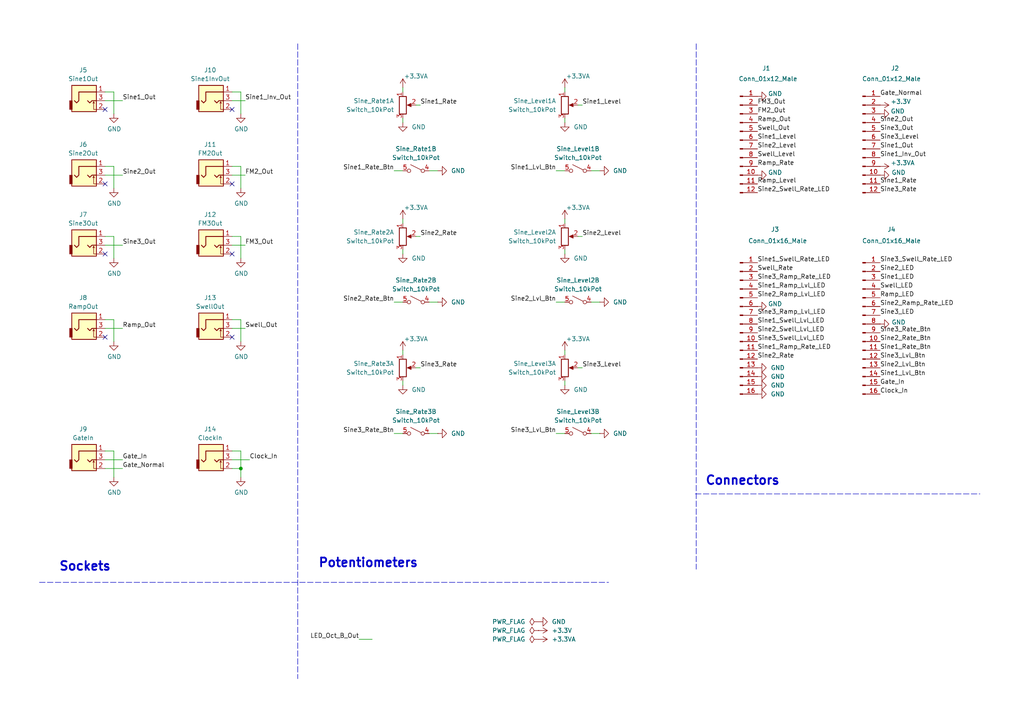
<source format=kicad_sch>
(kicad_sch (version 20231120) (generator "eeschema") (generator_version "8.0")
  (paper "A4")
  (title_block (title "Kishoof Components") (date "2024-04-24") (rev "1.0") (company "Mountjoy Modular"))
  (lib_symbols
    (symbol "Connector:Conn_01x12_Pin" (pin_names (offset 1.016) hide)
      (property "Reference" "J" (at 0 15.24 0))
      (property "Value" "Conn_01x12_Pin" (at 0 -17.78 0))
      (symbol "Conn_01x12_Pin_1_1"
        (polyline (pts (xy 1.27 -15.24) (xy 0.8636 -15.24)) (stroke (width 0.1524)))
        (polyline (pts (xy 1.27 -12.7) (xy 0.8636 -12.7)) (stroke (width 0.1524)))
        (polyline (pts (xy 1.27 -10.16) (xy 0.8636 -10.16)) (stroke (width 0.1524)))
        (polyline (pts (xy 1.27 -7.62) (xy 0.8636 -7.62)) (stroke (width 0.1524)))
        (polyline (pts (xy 1.27 -5.08) (xy 0.8636 -5.08)) (stroke (width 0.1524)))
        (polyline (pts (xy 1.27 -2.54) (xy 0.8636 -2.54)) (stroke (width 0.1524)))
        (polyline (pts (xy 1.27 0) (xy 0.8636 0)) (stroke (width 0.1524)))
        (polyline (pts (xy 1.27 2.54) (xy 0.8636 2.54)) (stroke (width 0.1524)))
        (polyline (pts (xy 1.27 5.08) (xy 0.8636 5.08)) (stroke (width 0.1524)))
        (polyline (pts (xy 1.27 7.62) (xy 0.8636 7.62)) (stroke (width 0.1524)))
        (polyline (pts (xy 1.27 10.16) (xy 0.8636 10.16)) (stroke (width 0.1524)))
        (polyline (pts (xy 1.27 12.7) (xy 0.8636 12.7)) (stroke (width 0.1524)))
        (rectangle (start 0.8636 -15.113) (end 0 -15.367) (stroke (width 0.1524)) (fill (type outline)))
        (rectangle (start 0.8636 -12.573) (end 0 -12.827) (stroke (width 0.1524)) (fill (type outline)))
        (rectangle (start 0.8636 -10.033) (end 0 -10.287) (stroke (width 0.1524)) (fill (type outline)))
        (rectangle (start 0.8636 -7.493) (end 0 -7.747) (stroke (width 0.1524)) (fill (type outline)))
        (rectangle (start 0.8636 -4.953) (end 0 -5.207) (stroke (width 0.1524)) (fill (type outline)))
        (rectangle (start 0.8636 -2.413) (end 0 -2.667) (stroke (width 0.1524)) (fill (type outline)))
        (rectangle (start 0.8636 0.127) (end 0 -0.127) (stroke (width 0.1524)) (fill (type outline)))
        (rectangle (start 0.8636 2.667) (end 0 2.413) (stroke (width 0.1524)) (fill (type outline)))
        (rectangle (start 0.8636 5.207) (end 0 4.953) (stroke (width 0.1524)) (fill (type outline)))
        (rectangle (start 0.8636 7.747) (end 0 7.493) (stroke (width 0.1524)) (fill (type outline)))
        (rectangle (start 0.8636 10.287) (end 0 10.033) (stroke (width 0.1524)) (fill (type outline)))
        (rectangle (start 0.8636 12.827) (end 0 12.573) (stroke (width 0.1524)) (fill (type outline)))
        (pin passive line (at 5.08 12.7 180) (length 3.81) (name "Pin_1") (number "1"))
        (pin passive line (at 5.08 -10.16 180) (length 3.81) (name "Pin_10") (number "10"))
        (pin passive line (at 5.08 -12.7 180) (length 3.81) (name "Pin_11") (number "11"))
        (pin passive line (at 5.08 -15.24 180) (length 3.81) (name "Pin_12") (number "12"))
        (pin passive line (at 5.08 10.16 180) (length 3.81) (name "Pin_2") (number "2"))
        (pin passive line (at 5.08 7.62 180) (length 3.81) (name "Pin_3") (number "3"))
        (pin passive line (at 5.08 5.08 180) (length 3.81) (name "Pin_4") (number "4"))
        (pin passive line (at 5.08 2.54 180) (length 3.81) (name "Pin_5") (number "5"))
        (pin passive line (at 5.08 0 180) (length 3.81) (name "Pin_6") (number "6"))
        (pin passive line (at 5.08 -2.54 180) (length 3.81) (name "Pin_7") (number "7"))
        (pin passive line (at 5.08 -5.08 180) (length 3.81) (name "Pin_8") (number "8"))
        (pin passive line (at 5.08 -7.62 180) (length 3.81) (name "Pin_9") (number "9"))
      )
    )
    (symbol "Connector:Conn_01x16_Pin" (pin_names (offset 1.016) hide)
      (property "Reference" "J" (at 0 20.32 0))
      (property "Value" "Conn_01x16_Pin" (at 0 -22.86 0))
      (symbol "Conn_01x16_Pin_1_1"
        (polyline (pts (xy 1.27 -20.32) (xy 0.8636 -20.32)) (stroke (width 0.1524)))
        (polyline (pts (xy 1.27 -17.78) (xy 0.8636 -17.78)) (stroke (width 0.1524)))
        (polyline (pts (xy 1.27 -15.24) (xy 0.8636 -15.24)) (stroke (width 0.1524)))
        (polyline (pts (xy 1.27 -12.7) (xy 0.8636 -12.7)) (stroke (width 0.1524)))
        (polyline (pts (xy 1.27 -10.16) (xy 0.8636 -10.16)) (stroke (width 0.1524)))
        (polyline (pts (xy 1.27 -7.62) (xy 0.8636 -7.62)) (stroke (width 0.1524)))
        (polyline (pts (xy 1.27 -5.08) (xy 0.8636 -5.08)) (stroke (width 0.1524)))
        (polyline (pts (xy 1.27 -2.54) (xy 0.8636 -2.54)) (stroke (width 0.1524)))
        (polyline (pts (xy 1.27 0) (xy 0.8636 0)) (stroke (width 0.1524)))
        (polyline (pts (xy 1.27 2.54) (xy 0.8636 2.54)) (stroke (width 0.1524)))
        (polyline (pts (xy 1.27 5.08) (xy 0.8636 5.08)) (stroke (width 0.1524)))
        (polyline (pts (xy 1.27 7.62) (xy 0.8636 7.62)) (stroke (width 0.1524)))
        (polyline (pts (xy 1.27 10.16) (xy 0.8636 10.16)) (stroke (width 0.1524)))
        (polyline (pts (xy 1.27 12.7) (xy 0.8636 12.7)) (stroke (width 0.1524)))
        (polyline (pts (xy 1.27 15.24) (xy 0.8636 15.24)) (stroke (width 0.1524)))
        (polyline (pts (xy 1.27 17.78) (xy 0.8636 17.78)) (stroke (width 0.1524)))
        (rectangle (start 0.8636 -20.193) (end 0 -20.447) (stroke (width 0.1524)) (fill (type outline)))
        (rectangle (start 0.8636 -17.653) (end 0 -17.907) (stroke (width 0.1524)) (fill (type outline)))
        (rectangle (start 0.8636 -15.113) (end 0 -15.367) (stroke (width 0.1524)) (fill (type outline)))
        (rectangle (start 0.8636 -12.573) (end 0 -12.827) (stroke (width 0.1524)) (fill (type outline)))
        (rectangle (start 0.8636 -10.033) (end 0 -10.287) (stroke (width 0.1524)) (fill (type outline)))
        (rectangle (start 0.8636 -7.493) (end 0 -7.747) (stroke (width 0.1524)) (fill (type outline)))
        (rectangle (start 0.8636 -4.953) (end 0 -5.207) (stroke (width 0.1524)) (fill (type outline)))
        (rectangle (start 0.8636 -2.413) (end 0 -2.667) (stroke (width 0.1524)) (fill (type outline)))
        (rectangle (start 0.8636 0.127) (end 0 -0.127) (stroke (width 0.1524)) (fill (type outline)))
        (rectangle (start 0.8636 2.667) (end 0 2.413) (stroke (width 0.1524)) (fill (type outline)))
        (rectangle (start 0.8636 5.207) (end 0 4.953) (stroke (width 0.1524)) (fill (type outline)))
        (rectangle (start 0.8636 7.747) (end 0 7.493) (stroke (width 0.1524)) (fill (type outline)))
        (rectangle (start 0.8636 10.287) (end 0 10.033) (stroke (width 0.1524)) (fill (type outline)))
        (rectangle (start 0.8636 12.827) (end 0 12.573) (stroke (width 0.1524)) (fill (type outline)))
        (rectangle (start 0.8636 15.367) (end 0 15.113) (stroke (width 0.1524)) (fill (type outline)))
        (rectangle (start 0.8636 17.907) (end 0 17.653) (stroke (width 0.1524)) (fill (type outline)))
        (pin passive line (at 5.08 17.78 180) (length 3.81) (name "Pin_1") (number "1"))
        (pin passive line (at 5.08 -5.08 180) (length 3.81) (name "Pin_10") (number "10"))
        (pin passive line (at 5.08 -7.62 180) (length 3.81) (name "Pin_11") (number "11"))
        (pin passive line (at 5.08 -10.16 180) (length 3.81) (name "Pin_12") (number "12"))
        (pin passive line (at 5.08 -12.7 180) (length 3.81) (name "Pin_13") (number "13"))
        (pin passive line (at 5.08 -15.24 180) (length 3.81) (name "Pin_14") (number "14"))
        (pin passive line (at 5.08 -17.78 180) (length 3.81) (name "Pin_15") (number "15"))
        (pin passive line (at 5.08 -20.32 180) (length 3.81) (name "Pin_16") (number "16"))
        (pin passive line (at 5.08 15.24 180) (length 3.81) (name "Pin_2") (number "2"))
        (pin passive line (at 5.08 12.7 180) (length 3.81) (name "Pin_3") (number "3"))
        (pin passive line (at 5.08 10.16 180) (length 3.81) (name "Pin_4") (number "4"))
        (pin passive line (at 5.08 7.62 180) (length 3.81) (name "Pin_5") (number "5"))
        (pin passive line (at 5.08 5.08 180) (length 3.81) (name "Pin_6") (number "6"))
        (pin passive line (at 5.08 2.54 180) (length 3.81) (name "Pin_7") (number "7"))
        (pin passive line (at 5.08 0 180) (length 3.81) (name "Pin_8") (number "8"))
        (pin passive line (at 5.08 -2.54 180) (length 3.81) (name "Pin_9") (number "9"))
      )
    )
    (symbol "Device:LED_Dual_KAK" (pin_names (offset 0))
      (property "Reference" "D" (at 0 5.715 0))
      (property "Value" "LED_Dual_KAK" (at 0 -6.35 0))
      (symbol "LED_Dual_KAK_0_1"
        (circle (center -2.54 0) (radius 0.2794) (fill (type outline)))
        (polyline (pts (xy -4.572 0) (xy -2.54 0)))
        (polyline (pts (xy 1.27 -1.27) (xy 1.27 -3.81)) (stroke (width 0.254)))
        (polyline (pts (xy 1.27 3.81) (xy 1.27 1.27)) (stroke (width 0.254)))
        (polyline (pts (xy 3.81 -2.54) (xy 1.905 -2.54)))
        (polyline (pts (xy 3.81 2.54) (xy 1.905 2.54)))
        (polyline (pts (xy -1.27 -1.27) (xy -1.27 -3.81) (xy 1.27 -2.54) (xy -1.27 -1.27)) (stroke (width 0.254)))
        (polyline (pts (xy -1.27 3.81) (xy -1.27 1.27) (xy 1.27 2.54) (xy -1.27 3.81)) (stroke (width 0.254)))
        (polyline (pts (xy 2.032 2.54) (xy -2.54 2.54) (xy -2.54 -2.54) (xy 2.032 -2.54)))
        (polyline (pts (xy 2.032 5.08) (xy 3.556 6.604) (xy 2.794 6.604) (xy 3.556 6.604) (xy 3.556 5.842)))
        (polyline (pts (xy 3.302 4.064) (xy 4.826 5.588) (xy 4.064 5.588) (xy 4.826 5.588) (xy 4.826 4.826)))
        (circle (center 0 0) (radius 4.572) (stroke (width 0.254)) (fill (type background)))
      )
      (symbol "LED_Dual_KAK_1_1"
        (pin input line (at 7.62 2.54 180) (length 3.81) (name "K1") (number "1"))
        (pin input line (at -7.62 0 0) (length 3.048) (name "A") (number "2"))
        (pin input line (at 7.62 -2.54 180) (length 3.81) (name "K2") (number "3"))
      )
    )
    (symbol "Device:LED_Small" (pin_numbers hide) (pin_names (offset 0.254) hide)
      (property "Reference" "D" (at -1.27 3.175 0))
      (property "Value" "LED_Small" (at -4.445 -2.54 0))
      (symbol "LED_Small_0_1"
        (polyline (pts (xy -0.762 -1.016) (xy -0.762 1.016)) (stroke (width 0.254)))
        (polyline (pts (xy 1.016 0) (xy -0.762 0)))
        (polyline (pts (xy 0.762 -1.016) (xy -0.762 0) (xy 0.762 1.016) (xy 0.762 -1.016)) (stroke (width 0.254)))
        (polyline (pts (xy 0 0.762) (xy -0.508 1.27) (xy -0.254 1.27) (xy -0.508 1.27) (xy -0.508 1.016)))
        (polyline (pts (xy 0.508 1.27) (xy 0 1.778) (xy 0.254 1.778) (xy 0 1.778) (xy 0 1.524)))
      )
      (symbol "LED_Small_1_1"
        (pin passive line (at -2.54 0 0) (length 1.778) (name "K") (number "1"))
        (pin passive line (at 2.54 0 180) (length 1.778) (name "A") (number "2"))
      )
    )
    (symbol "Device:R_Potentiometer" (pin_names (offset 1.016) hide)
      (property "Reference" "RV" (at -4.445 0 90))
      (property "Value" "R_Potentiometer" (at -2.54 0 90))
      (symbol "R_Potentiometer_0_1"
        (polyline (pts (xy 2.54 0) (xy 1.524 0)))
        (polyline (pts (xy 1.143 0) (xy 2.286 0.508) (xy 2.286 -0.508) (xy 1.143 0)) (fill (type outline)))
        (rectangle (start 1.016 2.54) (end -1.016 -2.54) (stroke (width 0.254)))
      )
      (symbol "R_Potentiometer_1_1"
        (pin passive line (at 0 3.81 270) (length 1.27) (name "1") (number "1"))
        (pin passive line (at 3.81 0 180) (length 1.27) (name "2") (number "2"))
        (pin passive line (at 0 -3.81 90) (length 1.27) (name "3") (number "3"))
      )
    )
    (symbol "Mountjoy:Switch_Potentiometer" (pin_names (offset 1.016) hide)
      (property "Reference" "RV" (at -7.62 1.27 90))
      (property "Value" "Switch_Potentiometer" (at -5.08 0 90))
      (symbol "Switch_Potentiometer_1_1"
        (rectangle (start -1.016 2.4892) (end 1.016 -2.5908) (stroke (width 0.254)))
        (polyline (pts (xy 1.27 0) (xy 2.413 0.508) (xy 2.413 -0.508) (xy 1.27 0)) (fill (type outline)))
        (pin passive line (at 0 3.81 270) (length 1.27) (name "1") (number "1"))
        (pin passive line (at 3.81 0 180) (length 1.27) (name "2") (number "2"))
        (pin passive line (at 0 -3.81 90) (length 1.27) (name "3") (number "3"))
      )
      (symbol "Switch_Potentiometer_2_0"
        (circle (center -1.9812 0) (radius 0.508))
        (polyline (pts (xy -1.4732 0.254) (xy 1.5748 1.778)))
        (circle (center 2.032 0) (radius 0.508))
      )
      (symbol "Switch_Potentiometer_2_1"
        (pin passive line (at -3.81 0 0) (length 1.27) (name "1") (number "4"))
        (pin passive line (at 3.81 0 180) (length 1.27) (name "2") (number "5"))
      )
    )
    (symbol "power:+3.3V" (power) (pin_numbers hide) (pin_names (offset 0) hide)
      (property "Value" "+3.3V" (at 0 3.556 0))
      (symbol "+3.3V_0_1"
        (polyline (pts (xy -0.762 1.27) (xy 0 2.54)))
        (polyline (pts (xy 0 0) (xy 0 2.54)))
        (polyline (pts (xy 0 2.54) (xy 0.762 1.27)))
      )
      (symbol "+3.3V_1_1"
        (pin power_in line (at 0 0 90) (length 0) (name "~") (number "1"))
      )
    )
    (symbol "power:+3.3VA" (power) (pin_numbers hide) (pin_names (offset 0) hide)
      (property "Value" "+3.3VA" (at 0 3.556 0))
      (symbol "+3.3VA_0_1"
        (polyline (pts (xy -0.762 1.27) (xy 0 2.54)))
        (polyline (pts (xy 0 0) (xy 0 2.54)))
        (polyline (pts (xy 0 2.54) (xy 0.762 1.27)))
      )
      (symbol "+3.3VA_1_1"
        (pin power_in line (at 0 0 90) (length 0) (name "~") (number "1"))
      )
    )
    (symbol "power:GND" (power) (pin_numbers hide) (pin_names (offset 0) hide)
      (property "Value" "GND" (at 0 -3.81 0))
      (symbol "GND_0_1"
        (polyline (pts (xy 0 0) (xy 0 -1.27) (xy 1.27 -1.27) (xy 0 -2.54) (xy -1.27 -1.27) (xy 0 -1.27)))
      )
      (symbol "GND_1_1"
        (pin power_in line (at 0 0 270) (length 0) (name "~") (number "1"))
      )
    )
    (symbol "power:PWR_FLAG" (power) (pin_numbers hide) (pin_names (offset 0) hide)
      (property "Value" "PWR_FLAG" (at 0 3.81 0))
      (symbol "PWR_FLAG_0_0"
        (pin power_out line (at 0 0 90) (length 0) (name "~") (number "1"))
      )
      (symbol "PWR_FLAG_0_1"
        (polyline (pts (xy 0 0) (xy 0 1.27) (xy -1.016 1.905) (xy 0 2.54) (xy 1.016 1.905) (xy 0 1.27)))
      )
    )
    (symbol "thonkiconn:AudioJack2_Ground_Switch" (pin_names (offset 1.016))
      (property "Reference" "J" (at 0 8.89 0))
      (property "Value" "AudioJack2_Ground_Switch" (at 0 6.35 0))
      (symbol "AudioJack2_Ground_Switch_0_1"
        (rectangle (start -4.445 -2.54) (end -5.207 0) (fill (type outline)))
        (polyline (pts (xy 1.778 -0.254) (xy 2.032 -0.762)))
        (polyline (pts (xy 0 0) (xy 0.635 -0.635) (xy 1.27 0) (xy 2.54 0)) (stroke (width 0.254)))
        (polyline (pts (xy 2.54 -2.54) (xy 1.778 -2.54) (xy 1.778 -0.254) (xy 1.524 -0.762)))
        (polyline (pts (xy 2.54 2.54) (xy -2.54 2.54) (xy -2.54 0) (xy -3.175 -0.635) (xy -3.81 0)) (stroke (width 0.254)))
        (rectangle (start 2.54 -3.175) (end -4.572 4.445) (stroke (width 0.254)) (fill (type background)))
      )
      (symbol "AudioJack2_Ground_Switch_1_1"
        (pin passive line (at 5.08 2.54 180) (length 2.54) (name "~") (number "1"))
        (pin passive line (at 5.08 -2.54 180) (length 2.54) (name "~") (number "2"))
        (pin passive line (at 5.08 0 180) (length 2.54) (name "~") (number "3"))
      )
    )
  )
  (junction (at 69.85 135.89))
  (no_connect (at 30.48 53.34))
  (no_connect (at 30.48 97.79))
  (no_connect (at 30.48 31.75))
  (no_connect (at 67.31 53.34))
  (no_connect (at 67.31 97.79))
  (no_connect (at 67.31 73.66))
  (no_connect (at 67.31 31.75))
  (no_connect (at 30.48 73.66))
  (wire (pts (xy 124.46 125.73) (xy 127 125.73)))
  (wire (pts (xy 69.85 130.81) (xy 69.85 135.89)))
  (wire (pts (xy 69.85 26.67) (xy 69.85 33.02)))
  (wire (pts (xy 369.57 34.29) (xy 369.57 35.56)))
  (wire (pts (xy 67.31 26.67) (xy 69.85 26.67)))
  (wire (pts (xy 33.02 130.81) (xy 33.02 138.43)))
  (wire (pts (xy 67.31 68.58) (xy 69.85 68.58)))
  (wire (pts (xy 116.84 25.4) (xy 116.84 26.67)))
  (wire (pts (xy 161.29 125.73) (xy 163.83 125.73)))
  (wire (pts (xy 369.57 66.04) (xy 369.57 67.31)))
  (wire (pts (xy 69.85 48.26) (xy 69.85 54.61)))
  (wire (pts (xy 163.83 35.56) (xy 163.83 34.29)))
  (wire (pts (xy 30.48 135.89) (xy 35.56 135.89)))
  (wire (pts (xy 116.84 111.76) (xy 116.84 110.49)))
  (wire (pts (xy 168.91 68.58) (xy 167.64 68.58)))
  (wire (pts (xy 30.48 95.25) (xy 35.56 95.25)))
  (wire (pts (xy 316.23 92.71) (xy 318.77 92.71)))
  (wire (pts (xy 124.46 87.63) (xy 127 87.63)))
  (wire (pts (xy 33.02 68.58) (xy 33.02 74.93)))
  (wire (pts (xy 163.83 73.66) (xy 163.83 72.39)))
  (wire (pts (xy 116.84 101.6) (xy 116.84 102.87)))
  (wire (pts (xy 121.92 106.68) (xy 120.65 106.68)))
  (wire (pts (xy 67.31 135.89) (xy 69.85 135.89)))
  (wire (pts (xy 369.57 106.68) (xy 369.57 107.95)))
  (polyline (pts (xy 86.36 12.7) (xy 86.36 196.85)) (stroke (width 0) (type dash)))
  (wire (pts (xy 116.84 73.66) (xy 116.84 72.39)))
  (wire (pts (xy 316.23 118.11) (xy 318.77 118.11)))
  (wire (pts (xy 171.45 125.73) (xy 173.99 125.73)))
  (wire (pts (xy 67.31 71.12) (xy 71.12 71.12)))
  (wire (pts (xy 163.83 25.4) (xy 163.83 26.67)))
  (wire (pts (xy 67.31 95.25) (xy 71.12 95.25)))
  (wire (pts (xy 161.29 87.63) (xy 163.83 87.63)))
  (wire (pts (xy 30.48 92.71) (xy 33.02 92.71)))
  (wire (pts (xy 121.92 30.48) (xy 120.65 30.48)))
  (wire (pts (xy 323.85 105.41) (xy 325.12 105.41)))
  (wire (pts (xy 373.38 39.37) (xy 375.92 39.37)))
  (wire (pts (xy 30.48 48.26) (xy 33.02 48.26)))
  (wire (pts (xy 163.83 101.6) (xy 163.83 102.87)))
  (wire (pts (xy 163.83 111.76) (xy 163.83 110.49)))
  (wire (pts (xy 369.57 43.18) (xy 369.57 44.45)))
  (wire (pts (xy 104.14 185.42) (xy 107.95 185.42)))
  (wire (pts (xy 30.48 130.81) (xy 33.02 130.81)))
  (wire (pts (xy 116.84 63.5) (xy 116.84 64.77)))
  (wire (pts (xy 171.45 49.53) (xy 173.99 49.53)))
  (wire (pts (xy 323.85 111.76) (xy 325.12 111.76)))
  (wire (pts (xy 69.85 92.71) (xy 69.85 99.06)))
  (wire (pts (xy 121.92 68.58) (xy 120.65 68.58)))
  (wire (pts (xy 171.45 87.63) (xy 173.99 87.63)))
  (wire (pts (xy 30.48 26.67) (xy 33.02 26.67)))
  (wire (pts (xy 30.48 68.58) (xy 33.02 68.58)))
  (wire (pts (xy 33.02 26.67) (xy 33.02 33.02)))
  (wire (pts (xy 369.57 115.57) (xy 369.57 116.84)))
  (wire (pts (xy 323.85 92.71) (xy 325.12 92.71)))
  (wire (pts (xy 114.3 87.63) (xy 116.84 87.63)))
  (wire (pts (xy 316.23 105.41) (xy 318.77 105.41)))
  (wire (pts (xy 67.31 133.35) (xy 72.39 133.35)))
  (wire (pts (xy 369.57 57.15) (xy 369.57 58.42)))
  (wire (pts (xy 373.38 62.23) (xy 375.92 62.23)))
  (polyline (pts (xy 11.43 168.91) (xy 176.53 168.91)) (stroke (width 0) (type dash)))
  (wire (pts (xy 116.84 35.56) (xy 116.84 34.29)))
  (wire (pts (xy 373.38 86.36) (xy 375.92 86.36)))
  (wire (pts (xy 323.85 118.11) (xy 325.12 118.11)))
  (wire (pts (xy 30.48 133.35) (xy 35.56 133.35)))
  (wire (pts (xy 369.57 81.28) (xy 369.57 82.55)))
  (wire (pts (xy 373.38 111.76) (xy 375.92 111.76)))
  (wire (pts (xy 69.85 135.89) (xy 69.85 138.43)))
  (wire (pts (xy 316.23 99.06) (xy 318.77 99.06)))
  (polyline (pts (xy 201.93 12.7) (xy 201.93 165.1)) (stroke (width 0) (type dash)))
  (wire (pts (xy 316.23 111.76) (xy 318.77 111.76)))
  (wire (pts (xy 30.48 29.21) (xy 35.56 29.21)))
  (wire (pts (xy 67.31 29.21) (xy 71.12 29.21)))
  (wire (pts (xy 30.48 50.8) (xy 35.56 50.8)))
  (wire (pts (xy 163.83 63.5) (xy 163.83 64.77)))
  (wire (pts (xy 323.85 99.06) (xy 325.12 99.06)))
  (wire (pts (xy 369.57 90.17) (xy 369.57 91.44)))
  (polyline (pts (xy 300.99 12.7) (xy 300.99 200.66)) (stroke (width 0) (type dash)))
  (wire (pts (xy 67.31 48.26) (xy 69.85 48.26)))
  (wire (pts (xy 67.31 50.8) (xy 71.12 50.8)))
  (wire (pts (xy 114.3 125.73) (xy 116.84 125.73)))
  (wire (pts (xy 33.02 48.26) (xy 33.02 54.61)))
  (wire (pts (xy 161.29 49.53) (xy 163.83 49.53)))
  (wire (pts (xy 30.48 71.12) (xy 35.56 71.12)))
  (wire (pts (xy 67.31 92.71) (xy 69.85 92.71)))
  (wire (pts (xy 168.91 30.48) (xy 167.64 30.48)))
  (wire (pts (xy 33.02 92.71) (xy 33.02 99.06)))
  (wire (pts (xy 124.46 49.53) (xy 127 49.53)))
  (polyline (pts (xy 201.676 143.256) (xy 284.226 143.256)) (stroke (width 0) (type dash)))
  (wire (pts (xy 168.91 106.68) (xy 167.64 106.68)))
  (wire (pts (xy 69.85 68.58) (xy 69.85 74.93)))
  (wire (pts (xy 114.3 49.53) (xy 116.84 49.53)))
  (wire (pts (xy 67.31 130.81) (xy 69.85 130.81)))
  (text "Sockets" (at 17.018 165.862 0) (effects (font (size 2.54 2.54) (thickness 0.508) (bold yes)) (justify left bottom)))
  (text "Using 4 pin RGB LED - cut green pin" (at 32.766 -27.686 0) (effects (font (size 1.27 1.27))))
  (text "Connectors" (at 204.47 140.97 0) (effects (font (size 2.54 2.54) (thickness 0.508) (bold yes)) (justify left bottom)))
  (text "Potentiometers" (at 92.202 164.846 0) (effects (font (size 2.54 2.54) (thickness 0.508) (bold yes)) (justify left bottom)))
  (label "Swell_Level" (at 219.71 45.72 0))
  (label "Sine3_Level" (at 255.27 40.64 0))
  (label "Gate_Normal" (at 35.56 135.89 0))
  (label "Swell_Level" (at 375.92 111.76 0))
  (label "Ramp_Rate" (at 375.92 39.37 0))
  (label "Swell_Out" (at 71.12 95.25 0))
  (label "Clock_In" (at 72.39 133.35 0))
  (label "Sine1_Rate" (at 255.27 53.34 0))
  (label "Sine1_Ramp_Lvl_LED" (at -16.51 -41.91 0))
  (label "Ramp_Level" (at 375.92 62.23 0))
  (label "Sine2_Swell_Lvl_LED" (at 33.02 -36.83 0))
  (label "Sine3_Ramp_Rate_LED" (at 81.28 -59.69 0))
  (label "Sine3_Lvl_Btn" (at 161.29 125.73 180))
  (label "Clock_In" (at 255.27 114.3 0))
  (label "Sine2_Ramp_Lvl_LED" (at 33.02 -41.91 0))
  (label "Sine2_LED" (at 316.23 99.06 180))
  (label "Sine2_Swell_Rate_LED" (at 33.02 -54.61 0))
  (label "Ramp_Rate" (at 219.71 48.26 0))
  (label "Sine3_LED" (at 255.27 91.44 0))
  (label "Sine1_Swell_Lvl_LED" (at 219.71 93.98 0))
  (label "Gate_In" (at 255.27 111.76 0))
  (label "Sine1_Out" (at 35.56 29.21 0))
  (label "FM3_Out" (at 219.71 30.48 0))
  (label "Sine2_Ramp_Rate_LED" (at 33.02 -59.69 0))
  (label "Sine3_Ramp_Lvl_LED" (at 81.28 -41.91 0))
  (label "Sine3_Rate_Btn" (at 255.27 96.52 0))
  (label "Swell_LED" (at 255.27 83.82 0))
  (label "Sine2_Rate_Btn" (at 255.27 99.06 0))
  (label "Sine1_Out" (at 255.27 43.18 0))
  (label "Sine1_Swell_Rate_LED" (at -16.51 -54.61 0))
  (label "Sine1_Lvl_Btn" (at 255.27 109.22 0))
  (label "Sine1_Rate_Btn" (at 114.3 49.53 180))
  (label "Sine3_Rate_Btn" (at 114.3 125.73 180))
  (label "Sine3_Swell_Lvl_LED" (at 81.28 -36.83 0))
  (label "Sine3_Rate" (at 255.27 55.88 0))
  (label "Sine1_Inv_Out" (at 71.12 29.21 0))
  (label "Sine3_Swell_Rate_LED" (at 81.28 -54.61 0))
  (label "FM2_Out" (at 71.12 50.8 0))
  (label "Sine2_Lvl_Btn" (at 161.29 87.63 180))
  (label "Ramp_Level" (at 219.71 53.34 0))
  (label "Sine3_Ramp_Lvl_LED" (at 219.71 91.44 0))
  (label "Sine1_Level" (at 168.91 30.48 0))
  (label "Sine2_Ramp_Lvl_LED" (at 219.71 86.36 0))
  (label "Gate_Normal" (at 255.27 27.94 0))
  (label "Sine1_Ramp_Rate_LED" (at -16.51 -59.69 0))
  (label "Ramp_LED" (at 255.27 86.36 0))
  (label "Sine2_Rate" (at 219.71 104.14 0))
  (label "Sine2_LED" (at 255.27 78.74 0))
  (label "FM2_Out" (at 219.71 33.02 0))
  (label "Swell_Out" (at 219.71 38.1 0))
  (label "Sine2_Rate" (at 121.92 68.58 0))
  (label "Sine3_Out" (at 35.56 71.12 0))
  (label "Sine3_Level" (at 168.91 106.68 0))
  (label "LED_Oct_B_Out" (at 104.14 185.42 180))
  (label "Ramp_LED" (at 316.23 118.11 180))
  (label "Ramp_Out" (at 219.71 35.56 0))
  (label "Sine1_LED" (at 316.23 92.71 180))
  (label "Gate_In" (at 35.56 133.35 0))
  (label "Sine1_Swell_Lvl_LED" (at -16.51 -36.83 0))
  (label "Sine1_Rate_Btn" (at 255.27 101.6 0))
  (label "Sine2_Swell_Rate_LED" (at 219.71 55.88 0))
  (label "Sine2_Level" (at 168.91 68.58 0))
  (label "Sine3_LED" (at 316.23 105.41 180))
  (label "Sine3_Out" (at 255.27 38.1 0))
  (label "Sine1_Ramp_Lvl_LED" (at 219.71 83.82 0))
  (label "Sine1_Lvl_Btn" (at 161.29 49.53 180))
  (label "Sine3_Rate" (at 121.92 106.68 0))
  (label "Sine2_Out" (at 35.56 50.8 0))
  (label "Swell_Rate" (at 219.71 78.74 0))
  (label "Sine3_Swell_Rate_LED" (at 255.27 76.2 0))
  (label "Sine2_Level" (at 219.71 43.18 0))
  (label "FM3_Out" (at 71.12 71.12 0))
  (label "Sine1_Level" (at 219.71 40.64 0))
  (label "Sine2_Swell_Lvl_LED" (at 219.71 96.52 0))
  (label "Sine1_Ramp_Rate_LED" (at 219.71 101.6 0))
  (label "Sine2_Rate_Btn" (at 114.3 87.63 180))
  (label "Sine1_Rate" (at 121.92 30.48 0))
  (label "Swell_Rate" (at 375.92 86.36 0))
  (label "Sine1_LED" (at 255.27 81.28 0))
  (label "Sine3_Ramp_Rate_LED" (at 219.71 81.28 0))
  (label "Swell_LED" (at 316.23 111.76 180))
  (label "Sine2_Lvl_Btn" (at 255.27 106.68 0))
  (label "Ramp_Out" (at 35.56 95.25 0))
  (label "Sine1_Swell_Rate_LED" (at 219.71 76.2 0))
  (label "Sine2_Ramp_Rate_LED" (at 255.27 88.9 0))
  (label "Sine2_Out" (at 255.27 35.56 0))
  (label "Sine3_Swell_Lvl_LED" (at 219.71 99.06 0))
  (label "Sine1_Inv_Out" (at 255.27 45.72 0))
  (label "Sine3_Lvl_Btn" (at 255.27 104.14 0))
  (symbol (lib_id "power:+3.3V") (at -31.75 -57.15 90) (unit 1)
    (property "Reference" "#PWR056" (effects (hide yes)))
    (property "Value" "+3.3V" (at -34.798 -56.134 90) (effects (justify left)))
    (property "Description" "Power symbol creates a global label with name \"+3.3V\"" (effects (hide yes)))
  )
  (symbol (lib_id "power:GND") (at 69.85 74.93 0) (unit 1)
    (property "Reference" "#PWR0104" (effects (hide yes)))
    (property "Value" "GND" (at 69.977 79.3242 0))
    (property "Description" "Power symbol creates a global label with name \"GND\" , ground" (effects (hide yes)))
  )
  (symbol (lib_id "power:GND") (at 219.71 27.94 90) (unit 1)
    (property "Reference" "#PWR020" (effects (hide yes)))
    (property "Value" "GND" (at 222.758 27.178 90) (effects (justify right)))
    (property "Description" "Power symbol creates a global label with name \"GND\" , ground" (effects (hide yes)))
  )
  (symbol (lib_id "power:+3.3VA") (at 369.57 81.28 0) (unit 1)
    (property "Reference" "#PWR012" (effects (hide yes)))
    (property "Value" "+3.3VA" (at 371.602 79.248 0) (effects (justify left)))
    (property "Description" "Power symbol creates a global label with name \"+3.3VA\"" (effects (hide yes)))
  )
  (symbol (lib_id "power:GND") (at 127 87.63 90) (mirror x) (unit 1)
    (property "Reference" "#PWR043" (effects (hide yes)))
    (property "Value" "GND" (at 130.81 87.6299 90) (effects (justify right)))
    (property "Description" "Power symbol creates a global label with name \"GND\" , ground" (effects (hide yes)))
  )
  (symbol (lib_id "power:GND") (at 33.02 99.06 0) (unit 1)
    (property "Reference" "#PWR0109" (effects (hide yes)))
    (property "Value" "GND" (at 33.147 103.4542 0))
    (property "Description" "Power symbol creates a global label with name \"GND\" , ground" (effects (hide yes)))
  )
  (symbol (lib_id "power:+3.3VA") (at 163.83 63.5 0) (unit 1)
    (property "Reference" "#PWR049" (effects (hide yes)))
    (property "Value" "+3.3VA" (at 167.64 60.198 0))
    (property "Description" "Power symbol creates a global label with name \"+3.3VA\"" (effects (hide yes)))
  )
  (symbol (lib_id "power:GND") (at 163.83 73.66 0) (mirror y) (unit 1)
    (property "Reference" "#PWR050" (effects (hide yes)))
    (property "Value" "GND" (at 166.37 74.9299 0) (effects (justify right)))
    (property "Description" "Power symbol creates a global label with name \"GND\" , ground" (effects (hide yes)))
  )
  (symbol (lib_id "power:+3.3VA") (at 163.83 101.6 0) (unit 1)
    (property "Reference" "#PWR051" (effects (hide yes)))
    (property "Value" "+3.3VA" (at 167.64 98.298 0))
    (property "Description" "Power symbol creates a global label with name \"+3.3VA\"" (effects (hide yes)))
  )
  (symbol (lib_id "power:GND") (at 219.71 88.9 90) (unit 1)
    (property "Reference" "#PWR022" (effects (hide yes)))
    (property "Value" "GND" (at 222.758 88.138 90) (effects (justify right)))
    (property "Description" "Power symbol creates a global label with name \"GND\" , ground" (effects (hide yes)))
  )
  (symbol (lib_id "power:+3.3V") (at 66.04 -57.15 90) (unit 1)
    (property "Reference" "#PWR07" (effects (hide yes)))
    (property "Value" "+3.3V" (at 62.992 -56.134 90) (effects (justify left)))
    (property "Description" "Power symbol creates a global label with name \"+3.3V\"" (effects (hide yes)))
  )
  (symbol (lib_id "power:+3.3V") (at 17.78 -57.15 90) (unit 1)
    (property "Reference" "#PWR05" (effects (hide yes)))
    (property "Value" "+3.3V" (at 14.732 -56.134 90) (effects (justify left)))
    (property "Description" "Power symbol creates a global label with name \"+3.3V\"" (effects (hide yes)))
  )
  (symbol (lib_id "power:+3.3V") (at 156.21 182.88 270) (unit 1)
    (property "Reference" "#PWR038" (effects (hide yes)))
    (property "Value" "+3.3V" (at 160.02 182.8799 90) (effects (justify left)))
    (property "Description" "Power symbol creates a global label with name \"+3.3V\"" (effects (hide yes)))
  )
  (symbol (lib_id "Device:LED_Dual_KAK") (at 73.66 -57.15 0) (unit 1)
    (property "Reference" "D10" (at 73.7235 -67.31 0))
    (property "Value" "LED_Dual_KAK" (at 73.7235 -64.77 0))
    (property "Footprint" "Custom_Footprints:LED_D3.0mm-3" (effects (hide yes)))
    (property "Description" "Dual LED, common anode on pin 2" (effects (hide yes)))
  )
  (symbol (lib_id "Device:R_Potentiometer") (at 369.57 86.36 0) (unit 1)
    (property "Reference" "Swell_Rate_Pot1" (at 367.8174 85.1916 0) (effects (justify right)))
    (property "Value" "B10k" (at 367.8174 87.503 0) (effects (justify right)))
    (property "Footprint" "Custom_Footprints:Alpha_9mm_Potentiometer_Aligned" (effects (hide yes)))
    (property "Description" "Potentiometer" (effects (hide yes)))
  )
  (symbol (lib_id "power:GND") (at 116.84 35.56 0) (mirror y) (unit 1)
    (property "Reference" "#PWR019" (effects (hide yes)))
    (property "Value" "GND" (at 119.38 36.8299 0) (effects (justify right)))
    (property "Description" "Power symbol creates a global label with name \"GND\" , ground" (effects (hide yes)))
  )
  (symbol (lib_id "thonkiconn:AudioJack2_Ground_Switch") (at 62.23 133.35 0) (unit 1)
    (property "Reference" "J14" (at 60.96 124.46 0))
    (property "Value" "ClockIn" (at 60.96 127 0))
    (property "Footprint" "Custom_Footprints:THONKICONN_hole" (effects (hide yes)))
    (property "Description" "Audio Jack, 2 Poles (Mono / TS), Switched Pole (Normalling)" (effects (hide yes)))
  )
  (symbol (lib_id "thonkiconn:AudioJack2_Ground_Switch") (at 62.23 29.21 0) (unit 1)
    (property "Reference" "J10" (at 60.96 20.32 0))
    (property "Value" "Sine1InvOut" (at 60.96 22.86 0))
    (property "Footprint" "Custom_Footprints:THONKICONN_hole" (effects (hide yes)))
    (property "Description" "Audio Jack, 2 Poles (Mono / TS), Switched Pole (Normalling)" (effects (hide yes)))
  )
  (symbol (lib_id "thonkiconn:AudioJack2_Ground_Switch") (at 62.23 95.25 0) (unit 1)
    (property "Reference" "J13" (at 60.96 86.36 0))
    (property "Value" "SwellOut" (at 60.96 88.9 0))
    (property "Footprint" "Custom_Footprints:THONKICONN_hole" (effects (hide yes)))
    (property "Description" "Audio Jack, 2 Poles (Mono / TS), Switched Pole (Normalling)" (effects (hide yes)))
  )
  (symbol (lib_id "thonkiconn:AudioJack2_Ground_Switch") (at 25.4 133.35 0) (unit 1)
    (property "Reference" "J9" (at 24.13 124.46 0))
    (property "Value" "GateIn" (at 24.13 127 0))
    (property "Footprint" "Custom_Footprints:THONKICONN_hole" (effects (hide yes)))
    (property "Description" "Audio Jack, 2 Poles (Mono / TS), Switched Pole (Normalling)" (effects (hide yes)))
  )
  (symbol (lib_id "power:GND") (at 127 49.53 90) (mirror x) (unit 1)
    (property "Reference" "#PWR033" (effects (hide yes)))
    (property "Value" "GND" (at 130.81 49.5299 90) (effects (justify right)))
    (property "Description" "Power symbol creates a global label with name \"GND\" , ground" (effects (hide yes)))
  )
  (symbol (lib_id "power:+3.3VA") (at 255.27 48.26 270) (unit 1)
    (property "Reference" "#PWR029" (effects (hide yes)))
    (property "Value" "+3.3VA" (at 258.318 47.244 90) (effects (justify left)))
    (property "Description" "Power symbol creates a global label with name \"+3.3VA\"" (effects (hide yes)))
  )
  (symbol (lib_id "power:GND") (at 33.02 74.93 0) (unit 1)
    (property "Reference" "#PWR0101" (effects (hide yes)))
    (property "Value" "GND" (at 33.147 79.3242 0))
    (property "Description" "Power symbol creates a global label with name \"GND\" , ground" (effects (hide yes)))
  )
  (symbol (lib_id "Mountjoy:Switch_Potentiometer") (at 120.65 125.73 0) (mirror y) (unit 2)
    (property "Reference" "Sine_Rate3" (at 120.65 119.38 0))
    (property "Value" "Switch_10kPot" (at 120.65 121.92 0))
    (property "Footprint" "Custom_Footprints:Bourns_Switch_Potentiometer" (effects (hide yes)))
    (property "Description" "Potentiometer" (effects (hide yes)))
  )
  (symbol (lib_id "power:GND") (at 173.99 87.63 90) (mirror x) (unit 1)
    (property "Reference" "#PWR054" (effects (hide yes)))
    (property "Value" "GND" (at 177.8 87.6299 90) (effects (justify right)))
    (property "Description" "Power symbol creates a global label with name \"GND\" , ground" (effects (hide yes)))
  )
  (symbol (lib_id "power:+3.3V") (at 66.04 -39.37 90) (unit 1)
    (property "Reference" "#PWR025" (effects (hide yes)))
    (property "Value" "+3.3V" (at 62.992 -38.354 90) (effects (justify left)))
    (property "Description" "Power symbol creates a global label with name \"+3.3V\"" (effects (hide yes)))
  )
  (symbol (lib_id "thonkiconn:AudioJack2_Ground_Switch") (at 25.4 95.25 0) (unit 1)
    (property "Reference" "J8" (at 24.13 86.36 0))
    (property "Value" "RampOut" (at 24.13 88.9 0))
    (property "Footprint" "Custom_Footprints:THONKICONN_hole" (effects (hide yes)))
    (property "Description" "Audio Jack, 2 Poles (Mono / TS), Switched Pole (Normalling)" (effects (hide yes)))
  )
  (symbol (lib_id "power:GND") (at 325.12 105.41 90) (mirror x) (unit 1)
    (property "Reference" "#PWR017" (effects (hide yes)))
    (property "Value" "GND" (at 328.93 105.4099 90) (effects (justify right)))
    (property "Description" "Power symbol creates a global label with name \"GND\" , ground" (effects (hide yes)))
  )
  (symbol (lib_id "Device:LED_Small") (at 321.31 118.11 180) (unit 1)
    (property "Reference" "D5" (at 324.358 119.634 0))
    (property "Value" "LED" (at 321.564 115.57 0))
    (property "Footprint" "Custom_Footprints:LED_D3.0mm" (effects (hide yes)))
    (property "Description" "Light emitting diode, small symbol" (effects (hide yes)))
  )
  (symbol (lib_id "Device:LED_Small") (at 321.31 111.76 180) (unit 1)
    (property "Reference" "D4" (at 324.358 113.284 0))
    (property "Value" "LED" (at 321.31 109.474 0))
    (property "Footprint" "Custom_Footprints:LED_D3.0mm" (effects (hide yes)))
    (property "Description" "Light emitting diode, small symbol" (effects (hide yes)))
  )
  (symbol (lib_id "Mountjoy:Switch_Potentiometer") (at 163.83 68.58 0) (unit 1)
    (property "Reference" "Sine_Level2" (at 161.29 67.3607 0) (effects (justify right)))
    (property "Value" "Switch_10kPot" (at 161.29 69.9007 0) (effects (justify right)))
    (property "Footprint" "Custom_Footprints:Bourns_Switch_Potentiometer" (effects (hide yes)))
    (property "Description" "Potentiometer" (effects (hide yes)))
  )
  (symbol (lib_id "power:PWR_FLAG") (at 156.21 185.42 90) (unit 1)
    (property "Reference" "#FLG03" (effects (hide yes)))
    (property "Value" "PWR_FLAG" (at 152.4 185.42 90) (effects (justify left)))
    (property "Description" "Special symbol for telling ERC where power comes from" (effects (hide yes)))
  )
  (symbol (lib_id "power:GND") (at 219.71 50.8 90) (unit 1)
    (property "Reference" "#PWR021" (effects (hide yes)))
    (property "Value" "GND" (at 222.758 50.038 90) (effects (justify right)))
    (property "Description" "Power symbol creates a global label with name \"GND\" , ground" (effects (hide yes)))
  )
  (symbol (lib_id "Mountjoy:Switch_Potentiometer") (at 163.83 106.68 0) (unit 1)
    (property "Reference" "Sine_Level3" (at 161.29 105.4607 0) (effects (justify right)))
    (property "Value" "Switch_10kPot" (at 161.29 108.0007 0) (effects (justify right)))
    (property "Footprint" "Custom_Footprints:Bourns_Switch_Potentiometer" (effects (hide yes)))
    (property "Description" "Potentiometer" (effects (hide yes)))
  )
  (symbol (lib_id "Mountjoy:Switch_Potentiometer") (at 116.84 30.48 0) (unit 1)
    (property "Reference" "Sine_Rate1" (at 114.3 29.2607 0) (effects (justify right)))
    (property "Value" "Switch_10kPot" (at 114.3 31.8007 0) (effects (justify right)))
    (property "Footprint" "Custom_Footprints:Bourns_Switch_Potentiometer" (effects (hide yes)))
    (property "Description" "Potentiometer" (effects (hide yes)))
  )
  (symbol (lib_id "Device:R_Potentiometer") (at 369.57 62.23 0) (unit 1)
    (property "Reference" "Ramp_Level_Trm1" (at 367.8174 61.0616 0) (effects (justify right)))
    (property "Value" "B10k" (at 367.8174 63.373 0) (effects (justify right)))
    (property "Footprint" "Custom_Footprints:Alpha_9mm_Potentiometer_Aligned" (effects (hide yes)))
    (property "Description" "Potentiometer" (effects (hide yes)))
  )
  (symbol (lib_id "power:+3.3V") (at 17.78 -39.37 90) (unit 1)
    (property "Reference" "#PWR06" (effects (hide yes)))
    (property "Value" "+3.3V" (at 14.732 -38.354 90) (effects (justify left)))
    (property "Description" "Power symbol creates a global label with name \"+3.3V\"" (effects (hide yes)))
  )
  (symbol (lib_id "power:GND") (at 219.71 114.3 90) (unit 1)
    (property "Reference" "#PWR03" (effects (hide yes)))
    (property "Value" "GND" (at 223.52 114.2999 90) (effects (justify right)))
    (property "Description" "Power symbol creates a global label with name \"GND\" , ground" (effects (hide yes)))
  )
  (symbol (lib_id "thonkiconn:AudioJack2_Ground_Switch") (at 25.4 71.12 0) (unit 1)
    (property "Reference" "J7" (at 24.13 62.23 0))
    (property "Value" "Sine3Out" (at 24.13 64.77 0))
    (property "Footprint" "Custom_Footprints:THONKICONN_hole" (effects (hide yes)))
    (property "Description" "Audio Jack, 2 Poles (Mono / TS), Switched Pole (Normalling)" (effects (hide yes)))
  )
  (symbol (lib_id "Mountjoy:Switch_Potentiometer") (at 120.65 87.63 0) (mirror y) (unit 2)
    (property "Reference" "Sine_Rate2" (at 120.65 81.28 0))
    (property "Value" "Switch_10kPot" (at 120.65 83.82 0))
    (property "Footprint" "Custom_Footprints:Bourns_Switch_Potentiometer" (effects (hide yes)))
    (property "Description" "Potentiometer" (effects (hide yes)))
  )
  (symbol (lib_id "power:GND") (at 369.57 116.84 0) (unit 1)
    (property "Reference" "#PWR015" (effects (hide yes)))
    (property "Value" "GND" (at 369.697 121.2342 0))
    (property "Description" "Power symbol creates a global label with name \"GND\" , ground" (effects (hide yes)))
  )
  (symbol (lib_id "power:GND") (at 325.12 111.76 90) (mirror x) (unit 1)
    (property "Reference" "#PWR036" (effects (hide yes)))
    (property "Value" "GND" (at 328.93 111.7599 90) (effects (justify right)))
    (property "Description" "Power symbol creates a global label with name \"GND\" , ground" (effects (hide yes)))
  )
  (symbol (lib_id "power:GND") (at 116.84 73.66 0) (mirror y) (unit 1)
    (property "Reference" "#PWR042" (effects (hide yes)))
    (property "Value" "GND" (at 119.38 74.9299 0) (effects (justify right)))
    (property "Description" "Power symbol creates a global label with name \"GND\" , ground" (effects (hide yes)))
  )
  (symbol (lib_id "thonkiconn:AudioJack2_Ground_Switch") (at 25.4 50.8 0) (unit 1)
    (property "Reference" "J6" (at 24.13 41.91 0))
    (property "Value" "Sine2Out" (at 24.13 44.45 0))
    (property "Footprint" "Custom_Footprints:THONKICONN_hole" (effects (hide yes)))
    (property "Description" "Audio Jack, 2 Poles (Mono / TS), Switched Pole (Normalling)" (effects (hide yes)))
  )
  (symbol (lib_id "power:GND") (at 369.57 44.45 0) (unit 1)
    (property "Reference" "#PWR09" (effects (hide yes)))
    (property "Value" "GND" (at 369.697 48.8442 0))
    (property "Description" "Power symbol creates a global label with name \"GND\" , ground" (effects (hide yes)))
  )
  (symbol (lib_id "power:+3.3V") (at -31.75 -39.37 90) (unit 1)
    (property "Reference" "#PWR04" (effects (hide yes)))
    (property "Value" "+3.3V" (at -34.798 -38.354 90) (effects (justify left)))
    (property "Description" "Power symbol creates a global label with name \"+3.3V\"" (effects (hide yes)))
  )
  (symbol (lib_id "thonkiconn:AudioJack2_Ground_Switch") (at 62.23 71.12 0) (unit 1)
    (property "Reference" "J12" (at 60.96 62.23 0))
    (property "Value" "FM3Out" (at 60.96 64.77 0))
    (property "Footprint" "Custom_Footprints:THONKICONN_hole" (effects (hide yes)))
    (property "Description" "Audio Jack, 2 Poles (Mono / TS), Switched Pole (Normalling)" (effects (hide yes)))
  )
  (symbol (lib_id "power:GND") (at 33.02 138.43 0) (unit 1)
    (property "Reference" "#PWR0107" (effects (hide yes)))
    (property "Value" "GND" (at 33.147 142.8242 0))
    (property "Description" "Power symbol creates a global label with name \"GND\" , ground" (effects (hide yes)))
  )
  (symbol (lib_id "power:GND") (at 255.27 93.98 90) (unit 1)
    (property "Reference" "#PWR031" (effects (hide yes)))
    (property "Value" "GND" (at 258.572 93.472 90) (effects (justify right)))
    (property "Description" "Power symbol creates a global label with name \"GND\" , ground" (effects (hide yes)))
  )
  (symbol (lib_id "Device:LED_Dual_KAK") (at -24.13 -39.37 0) (unit 1)
    (property "Reference" "D7" (at -24.0665 -49.53 0))
    (property "Value" "LED_Dual_KAK" (at -24.0665 -46.99 0))
    (property "Footprint" "Custom_Footprints:LED_D3.0mm-3" (effects (hide yes)))
    (property "Description" "Dual LED, common anode on pin 2" (effects (hide yes)))
  )
  (symbol (lib_id "thonkiconn:AudioJack2_Ground_Switch") (at 25.4 29.21 0) (unit 1)
    (property "Reference" "J5" (at 24.13 20.32 0))
    (property "Value" "Sine1Out" (at 24.13 22.86 0))
    (property "Footprint" "Custom_Footprints:THONKICONN_hole" (effects (hide yes)))
    (property "Description" "Audio Jack, 2 Poles (Mono / TS), Switched Pole (Normalling)" (effects (hide yes)))
  )
  (symbol (lib_id "power:+3.3V") (at 255.27 30.48 270) (unit 1)
    (property "Reference" "#PWR01" (effects (hide yes)))
    (property "Value" "+3.3V" (at 258.318 29.464 90) (effects (justify left)))
    (property "Description" "Power symbol creates a global label with name \"+3.3V\"" (effects (hide yes)))
  )
  (symbol (lib_id "Mountjoy:Switch_Potentiometer") (at 167.64 125.73 0) (mirror y) (unit 2)
    (property "Reference" "Sine_Level3" (at 167.64 119.38 0))
    (property "Value" "Switch_10kPot" (at 167.64 121.92 0))
    (property "Footprint" "Custom_Footprints:Bourns_Switch_Potentiometer" (effects (hide yes)))
    (property "Description" "Potentiometer" (effects (hide yes)))
  )
  (symbol (lib_id "Mountjoy:Switch_Potentiometer") (at 120.65 49.53 0) (mirror y) (unit 2)
    (property "Reference" "Sine_Rate1" (at 120.65 43.18 0))
    (property "Value" "Switch_10kPot" (at 120.65 45.72 0))
    (property "Footprint" "Custom_Footprints:Bourns_Switch_Potentiometer" (effects (hide yes)))
    (property "Description" "Potentiometer" (effects (hide yes)))
  )
  (symbol (lib_id "Device:LED_Small") (at 321.31 105.41 180) (unit 1)
    (property "Reference" "D3" (at 324.358 106.934 0))
    (property "Value" "LED" (at 321.564 102.87 0))
    (property "Footprint" "Custom_Footprints:LED_D3.0mm" (effects (hide yes)))
    (property "Description" "Light emitting diode, small symbol" (effects (hide yes)))
  )
  (symbol (lib_id "power:GND") (at 369.57 91.44 0) (unit 1)
    (property "Reference" "#PWR013" (effects (hide yes)))
    (property "Value" "GND" (at 369.697 95.8342 0))
    (property "Description" "Power symbol creates a global label with name \"GND\" , ground" (effects (hide yes)))
  )
  (symbol (lib_id "Device:R_Potentiometer") (at 369.57 111.76 0) (unit 1)
    (property "Reference" "Swell_LeveL_Trm1" (at 367.8174 110.5916 0) (effects (justify right)))
    (property "Value" "B10k" (at 367.8174 112.903 0) (effects (justify right)))
    (property "Footprint" "Custom_Footprints:Alpha_9mm_Potentiometer_Aligned" (effects (hide yes)))
    (property "Description" "Potentiometer" (effects (hide yes)))
  )
  (symbol (lib_id "power:GND") (at 325.12 92.71 90) (mirror x) (unit 1)
    (property "Reference" "#PWR024" (effects (hide yes)))
    (property "Value" "GND" (at 328.93 92.7099 90) (effects (justify right)))
    (property "Description" "Power symbol creates a global label with name \"GND\" , ground" (effects (hide yes)))
  )
  (symbol (lib_id "power:GND") (at 219.71 109.22 90) (unit 1)
    (property "Reference" "#PWR02" (effects (hide yes)))
    (property "Value" "GND" (at 223.52 109.2199 90) (effects (justify right)))
    (property "Description" "Power symbol creates a global label with name \"GND\" , ground" (effects (hide yes)))
  )
  (symbol (lib_id "power:GND") (at 219.71 111.76 90) (unit 1)
    (property "Reference" "#PWR026" (effects (hide yes)))
    (property "Value" "GND" (at 223.52 111.7599 90) (effects (justify right)))
    (property "Description" "Power symbol creates a global label with name \"GND\" , ground" (effects (hide yes)))
  )
  (symbol (lib_id "power:PWR_FLAG") (at 156.21 182.88 90) (unit 1)
    (property "Reference" "#FLG02" (effects (hide yes)))
    (property "Value" "PWR_FLAG" (at 152.4 182.88 90) (effects (justify left)))
    (property "Description" "Special symbol for telling ERC where power comes from" (effects (hide yes)))
  )
  (symbol (lib_id "Device:LED_Dual_KAK") (at 25.4 -39.37 0) (unit 1)
    (property "Reference" "D9" (at 25.4635 -49.53 0))
    (property "Value" "LED_Dual_KAK" (at 25.4635 -46.99 0))
    (property "Footprint" "Custom_Footprints:LED_D3.0mm-3" (effects (hide yes)))
    (property "Description" "Dual LED, common anode on pin 2" (effects (hide yes)))
  )
  (symbol (lib_id "power:+3.3VA") (at 116.84 101.6 0) (unit 1)
    (property "Reference" "#PWR044" (effects (hide yes)))
    (property "Value" "+3.3VA" (at 120.65 98.298 0))
    (property "Description" "Power symbol creates a global label with name \"+3.3VA\"" (effects (hide yes)))
  )
  (symbol (lib_id "Device:LED_Small") (at 321.31 92.71 180) (unit 1)
    (property "Reference" "D1" (at 324.358 94.234 0))
    (property "Value" "LED" (at 321.564 90.17 0))
    (property "Footprint" "Custom_Footprints:LED_D3.0mm" (effects (hide yes)))
    (property "Description" "Light emitting diode, small symbol" (effects (hide yes)))
  )
  (symbol (lib_id "power:GND") (at 127 125.73 90) (mirror x) (unit 1)
    (property "Reference" "#PWR046" (effects (hide yes)))
    (property "Value" "GND" (at 130.81 125.7299 90) (effects (justify right)))
    (property "Description" "Power symbol creates a global label with name \"GND\" , ground" (effects (hide yes)))
  )
  (symbol (lib_id "power:+3.3VA") (at 369.57 57.15 0) (unit 1)
    (property "Reference" "#PWR010" (effects (hide yes)))
    (property "Value" "+3.3VA" (at 372.364 55.118 0) (effects (justify left)))
    (property "Description" "Power symbol creates a global label with name \"+3.3VA\"" (effects (hide yes)))
  )
  (symbol (lib_id "Device:LED_Dual_KAK") (at 25.4 -57.15 0) (unit 1)
    (property "Reference" "D8" (at 25.4635 -67.31 0))
    (property "Value" "LED_Dual_KAK" (at 25.4635 -64.77 0))
    (property "Footprint" "Custom_Footprints:LED_D3.0mm-3" (effects (hide yes)))
    (property "Description" "Dual LED, common anode on pin 2" (effects (hide yes)))
  )
  (symbol (lib_id "power:GND") (at 219.71 106.68 90) (unit 1)
    (property "Reference" "#PWR023" (effects (hide yes)))
    (property "Value" "GND" (at 223.52 106.6799 90) (effects (justify right)))
    (property "Description" "Power symbol creates a global label with name \"GND\" , ground" (effects (hide yes)))
  )
  (symbol (lib_id "Device:LED_Dual_KAK") (at 73.66 -39.37 0) (unit 1)
    (property "Reference" "D11" (at 73.7235 -49.53 0))
    (property "Value" "LED_Dual_KAK" (at 73.7235 -46.99 0))
    (property "Footprint" "Custom_Footprints:LED_D3.0mm-3" (effects (hide yes)))
    (property "Description" "Dual LED, common anode on pin 2" (effects (hide yes)))
  )
  (symbol (lib_id "power:+3.3VA") (at 156.21 185.42 270) (unit 1)
    (property "Reference" "#PWR039" (effects (hide yes)))
    (property "Value" "+3.3VA" (at 160.02 185.4199 90) (effects (justify left)))
    (property "Description" "Power symbol creates a global label with name \"+3.3VA\"" (effects (hide yes)))
  )
  (symbol (lib_id "power:+3.3VA") (at 163.83 25.4 0) (unit 1)
    (property "Reference" "#PWR047" (effects (hide yes)))
    (property "Value" "+3.3VA" (at 167.64 22.098 0))
    (property "Description" "Power symbol creates a global label with name \"+3.3VA\"" (effects (hide yes)))
  )
  (symbol (lib_id "thonkiconn:AudioJack2_Ground_Switch") (at 62.23 50.8 0) (unit 1)
    (property "Reference" "J11" (at 60.96 41.91 0))
    (property "Value" "FM2Out" (at 60.96 44.45 0))
    (property "Footprint" "Custom_Footprints:THONKICONN_hole" (effects (hide yes)))
    (property "Description" "Audio Jack, 2 Poles (Mono / TS), Switched Pole (Normalling)" (effects (hide yes)))
  )
  (symbol (lib_id "Connector:Conn_01x12_Pin") (at 250.19 40.64 0) (unit 1)
    (property "Reference" "J2" (at 259.588 19.812 0))
    (property "Value" "Conn_01x12_Male" (at 258.572 22.86 0))
    (property "Footprint" "Connector_PinSocket_2.54mm:PinSocket_1x12_P2.54mm_Vertical" (effects (hide yes)))
    (property "Description" "Generic connector, single row, 01x12, script generated" (effects (hide yes)))
  )
  (symbol (lib_id "power:GND") (at 69.85 54.61 0) (unit 1)
    (property "Reference" "#PWR0103" (effects (hide yes)))
    (property "Value" "GND" (at 69.977 59.0042 0))
    (property "Description" "Power symbol creates a global label with name \"GND\" , ground" (effects (hide yes)))
  )
  (symbol (lib_id "power:GND") (at 255.27 50.8 90) (unit 1)
    (property "Reference" "#PWR030" (effects (hide yes)))
    (property "Value" "GND" (at 258.572 50.038 90) (effects (justify right)))
    (property "Description" "Power symbol creates a global label with name \"GND\" , ground" (effects (hide yes)))
  )
  (symbol (lib_id "power:+3.3VA") (at 116.84 63.5 0) (unit 1)
    (property "Reference" "#PWR041" (effects (hide yes)))
    (property "Value" "+3.3VA" (at 120.65 60.198 0))
    (property "Description" "Power symbol creates a global label with name \"+3.3VA\"" (effects (hide yes)))
  )
  (symbol (lib_id "power:GND") (at 69.85 138.43 0) (unit 1)
    (property "Reference" "#PWR0110" (effects (hide yes)))
    (property "Value" "GND" (at 69.977 142.8242 0))
    (property "Description" "Power symbol creates a global label with name \"GND\" , ground" (effects (hide yes)))
  )
  (symbol (lib_id "power:GND") (at 69.85 33.02 0) (unit 1)
    (property "Reference" "#PWR0102" (effects (hide yes)))
    (property "Value" "GND" (at 69.977 37.4142 0))
    (property "Description" "Power symbol creates a global label with name \"GND\" , ground" (effects (hide yes)))
  )
  (symbol (lib_id "power:+3.3VA") (at 369.57 34.29 0) (unit 1)
    (property "Reference" "#PWR08" (effects (hide yes)))
    (property "Value" "+3.3VA" (at 372.364 32.258 0) (effects (justify left)))
    (property "Description" "Power symbol creates a global label with name \"+3.3VA\"" (effects (hide yes)))
  )
  (symbol (lib_id "Mountjoy:Switch_Potentiometer") (at 163.83 30.48 0) (unit 1)
    (property "Reference" "Sine_Level1" (at 161.29 29.2607 0) (effects (justify right)))
    (property "Value" "Switch_10kPot" (at 161.29 31.8007 0) (effects (justify right)))
    (property "Footprint" "Custom_Footprints:Bourns_Switch_Potentiometer" (effects (hide yes)))
    (property "Description" "Potentiometer" (effects (hide yes)))
  )
  (symbol (lib_id "power:PWR_FLAG") (at 156.21 180.34 90) (unit 1)
    (property "Reference" "#FLG01" (effects (hide yes)))
    (property "Value" "PWR_FLAG" (at 152.4 180.34 90) (effects (justify left)))
    (property "Description" "Special symbol for telling ERC where power comes from" (effects (hide yes)))
  )
  (symbol (lib_id "power:GND") (at 156.21 180.34 90) (unit 1)
    (property "Reference" "#PWR037" (effects (hide yes)))
    (property "Value" "GND" (at 160.02 180.34 90) (effects (justify right)))
    (property "Description" "Power symbol creates a global label with name \"GND\" , ground" (effects (hide yes)))
  )
  (symbol (lib_id "power:GND") (at 116.84 111.76 0) (mirror y) (unit 1)
    (property "Reference" "#PWR045" (effects (hide yes)))
    (property "Value" "GND" (at 119.38 113.0299 0) (effects (justify right)))
    (property "Description" "Power symbol creates a global label with name \"GND\" , ground" (effects (hide yes)))
  )
  (symbol (lib_id "power:GND") (at 33.02 54.61 0) (unit 1)
    (property "Reference" "#PWR0106" (effects (hide yes)))
    (property "Value" "GND" (at 33.147 59.0042 0))
    (property "Description" "Power symbol creates a global label with name \"GND\" , ground" (effects (hide yes)))
  )
  (symbol (lib_id "power:GND") (at 173.99 125.73 90) (mirror x) (unit 1)
    (property "Reference" "#PWR055" (effects (hide yes)))
    (property "Value" "GND" (at 177.8 125.7299 90) (effects (justify right)))
    (property "Description" "Power symbol creates a global label with name \"GND\" , ground" (effects (hide yes)))
  )
  (symbol (lib_id "power:GND") (at 255.27 33.02 90) (unit 1)
    (property "Reference" "#PWR027" (effects (hide yes)))
    (property "Value" "GND" (at 258.318 32.258 90) (effects (justify right)))
    (property "Description" "Power symbol creates a global label with name \"GND\" , ground" (effects (hide yes)))
  )
  (symbol (lib_id "Connector:Conn_01x16_Pin") (at 250.19 93.98 0) (unit 1)
    (property "Reference" "J4" (at 258.572 66.548 0))
    (property "Value" "Conn_01x16_Male" (at 258.572 69.85 0))
    (property "Footprint" "Connector_PinSocket_2.54mm:PinSocket_1x16_P2.54mm_Vertical" (effects (hide yes)))
    (property "Description" "Generic connector, single row, 01x16, script generated" (effects (hide yes)))
  )
  (symbol (lib_id "power:+3.3VA") (at 116.84 25.4 0) (unit 1)
    (property "Reference" "#PWR018" (effects (hide yes)))
    (property "Value" "+3.3VA" (at 120.65 22.098 0))
    (property "Description" "Power symbol creates a global label with name \"+3.3VA\"" (effects (hide yes)))
  )
  (symbol (lib_id "Device:LED_Dual_KAK") (at -24.13 -57.15 0) (unit 1)
    (property "Reference" "D6" (at -24.0665 -67.31 0))
    (property "Value" "LED_Dual_KAK" (at -24.0665 -64.77 0))
    (property "Footprint" "Custom_Footprints:LED_D3.0mm-3" (effects (hide yes)))
    (property "Description" "Dual LED, common anode on pin 2" (effects (hide yes)))
  )
  (symbol (lib_id "power:GND") (at 163.83 35.56 0) (mirror y) (unit 1)
    (property "Reference" "#PWR048" (effects (hide yes)))
    (property "Value" "GND" (at 166.37 36.8299 0) (effects (justify right)))
    (property "Description" "Power symbol creates a global label with name \"GND\" , ground" (effects (hide yes)))
  )
  (symbol (lib_id "power:GND") (at 163.83 111.76 0) (mirror y) (unit 1)
    (property "Reference" "#PWR052" (effects (hide yes)))
    (property "Value" "GND" (at 166.37 113.0299 0) (effects (justify right)))
    (property "Description" "Power symbol creates a global label with name \"GND\" , ground" (effects (hide yes)))
  )
  (symbol (lib_id "power:GND") (at 325.12 99.06 90) (mirror x) (unit 1)
    (property "Reference" "#PWR016" (effects (hide yes)))
    (property "Value" "GND" (at 328.93 99.0599 90) (effects (justify right)))
    (property "Description" "Power symbol creates a global label with name \"GND\" , ground" (effects (hide yes)))
  )
  (symbol (lib_id "power:GND") (at 33.02 33.02 0) (unit 1)
    (property "Reference" "#PWR0105" (effects (hide yes)))
    (property "Value" "GND" (at 33.147 37.4142 0))
    (property "Description" "Power symbol creates a global label with name \"GND\" , ground" (effects (hide yes)))
  )
  (symbol (lib_id "Mountjoy:Switch_Potentiometer") (at 116.84 106.68 0) (unit 1)
    (property "Reference" "Sine_Rate3" (at 114.3 105.4607 0) (effects (justify right)))
    (property "Value" "Switch_10kPot" (at 114.3 108.0007 0) (effects (justify right)))
    (property "Footprint" "Custom_Footprints:Bourns_Switch_Potentiometer" (effects (hide yes)))
    (property "Description" "Potentiometer" (effects (hide yes)))
  )
  (symbol (lib_id "power:GND") (at 369.57 67.31 0) (unit 1)
    (property "Reference" "#PWR011" (effects (hide yes)))
    (property "Value" "GND" (at 369.697 71.7042 0))
    (property "Description" "Power symbol creates a global label with name \"GND\" , ground" (effects (hide yes)))
  )
  (symbol (lib_id "Connector:Conn_01x12_Pin") (at 214.63 40.64 0) (unit 1)
    (property "Reference" "J1" (at 222.25 19.812 0))
    (property "Value" "Conn_01x12_Male" (at 222.758 22.86 0))
    (property "Footprint" "Connector_PinSocket_2.54mm:PinSocket_1x12_P2.54mm_Vertical" (effects (hide yes)))
    (property "Description" "Generic connector, single row, 01x12, script generated" (effects (hide yes)))
  )
  (symbol (lib_id "Mountjoy:Switch_Potentiometer") (at 167.64 49.53 0) (mirror y) (unit 2)
    (property "Reference" "Sine_Level1" (at 167.64 43.18 0))
    (property "Value" "Switch_10kPot" (at 167.64 45.72 0))
    (property "Footprint" "Custom_Footprints:Bourns_Switch_Potentiometer" (effects (hide yes)))
    (property "Description" "Potentiometer" (effects (hide yes)))
  )
  (symbol (lib_id "Mountjoy:Switch_Potentiometer") (at 167.64 87.63 0) (mirror y) (unit 2)
    (property "Reference" "Sine_Level2" (at 167.64 81.28 0))
    (property "Value" "Switch_10kPot" (at 167.64 83.82 0))
    (property "Footprint" "Custom_Footprints:Bourns_Switch_Potentiometer" (effects (hide yes)))
    (property "Description" "Potentiometer" (effects (hide yes)))
  )
  (symbol (lib_id "Device:LED_Small") (at 321.31 99.06 180) (unit 1)
    (property "Reference" "D2" (at 324.358 100.584 0))
    (property "Value" "LED" (at 321.31 96.774 0))
    (property "Footprint" "Custom_Footprints:LED_D3.0mm" (effects (hide yes)))
    (property "Description" "Light emitting diode, small symbol" (effects (hide yes)))
  )
  (symbol (lib_id "Connector:Conn_01x16_Pin") (at 214.63 93.98 0) (unit 1)
    (property "Reference" "J3" (at 224.79 66.548 0))
    (property "Value" "Conn_01x16_Male" (at 225.552 69.85 0))
    (property "Footprint" "Connector_PinSocket_2.54mm:PinSocket_1x16_P2.54mm_Vertical" (effects (hide yes)))
    (property "Description" "Generic connector, single row, 01x16, script generated" (effects (hide yes)))
  )
  (symbol (lib_id "Device:R_Potentiometer") (at 369.57 39.37 0) (unit 1)
    (property "Reference" "Ramp_Rate_Pot1" (at 367.8174 38.2016 0) (effects (justify right)))
    (property "Value" "B10k" (at 367.8174 40.513 0) (effects (justify right)))
    (property "Footprint" "Custom_Footprints:Alpha_9mm_Potentiometer_Aligned" (effects (hide yes)))
    (property "Description" "Potentiometer" (effects (hide yes)))
  )
  (symbol (lib_id "power:GND") (at 69.85 99.06 0) (unit 1)
    (property "Reference" "#PWR0108" (effects (hide yes)))
    (property "Value" "GND" (at 69.977 103.4542 0))
    (property "Description" "Power symbol creates a global label with name \"GND\" , ground" (effects (hide yes)))
  )
  (symbol (lib_id "power:GND") (at 173.99 49.53 90) (mirror x) (unit 1)
    (property "Reference" "#PWR053" (effects (hide yes)))
    (property "Value" "GND" (at 177.8 49.5299 90) (effects (justify right)))
    (property "Description" "Power symbol creates a global label with name \"GND\" , ground" (effects (hide yes)))
  )
  (symbol (lib_id "power:+3.3VA") (at 369.57 106.68 0) (unit 1)
    (property "Reference" "#PWR014" (effects (hide yes)))
    (property "Value" "+3.3VA" (at 371.856 104.394 0) (effects (justify left)))
    (property "Description" "Power symbol creates a global label with name \"+3.3VA\"" (effects (hide yes)))
  )
  (symbol (lib_id "power:GND") (at 325.12 118.11 90) (mirror x) (unit 1)
    (property "Reference" "#PWR040" (effects (hide yes)))
    (property "Value" "GND" (at 328.93 118.1099 90) (effects (justify right)))
    (property "Description" "Power symbol creates a global label with name \"GND\" , ground" (effects (hide yes)))
  )
  (symbol (lib_id "Mountjoy:Switch_Potentiometer") (at 116.84 68.58 0) (unit 1)
    (property "Reference" "Sine_Rate2" (at 114.3 67.3607 0) (effects (justify right)))
    (property "Value" "Switch_10kPot" (at 114.3 69.9007 0) (effects (justify right)))
    (property "Footprint" "Custom_Footprints:Bourns_Switch_Potentiometer" (effects (hide yes)))
    (property "Description" "Potentiometer" (effects (hide yes)))
  )
)
</source>
